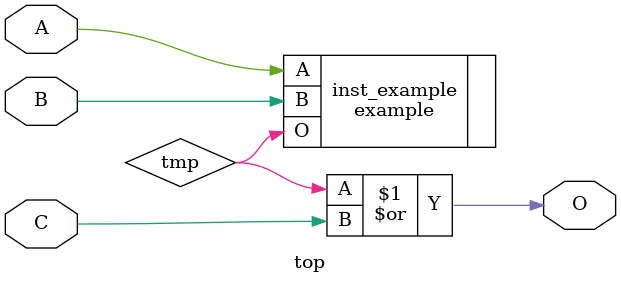
<source format=sv>
module top (A, B, C, O); input bit A, B, C; output bit O;
bit tmp;

example inst_example (.A(A), .B(B), .O(tmp));

assign O = tmp | C;

endmodule
</source>
